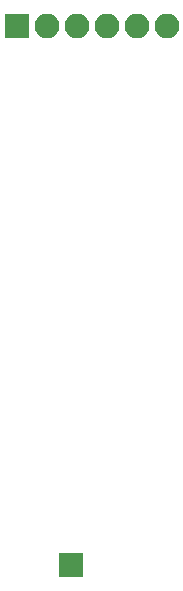
<source format=gbr>
G04 #@! TF.GenerationSoftware,KiCad,Pcbnew,no-vcs-found*
G04 #@! TF.CreationDate,2018-07-23T22:45:22+02:00*
G04 #@! TF.ProjectId,earthboot_withnewsoldermask,6561727468626F6F745F776974686E65,rev?*
G04 #@! TF.SameCoordinates,Original
G04 #@! TF.FileFunction,Soldermask,Bot*
G04 #@! TF.FilePolarity,Negative*
%FSLAX46Y46*%
G04 Gerber Fmt 4.6, Leading zero omitted, Abs format (unit mm)*
G04 Created by KiCad (PCBNEW no-vcs-found) date Mon Jul 23 22:45:22 2018*
%MOMM*%
%LPD*%
G01*
G04 APERTURE LIST*
%ADD10R,2.100000X2.100000*%
%ADD11O,2.100000X2.100000*%
G04 APERTURE END LIST*
D10*
X76581000Y-71691500D03*
X72009000Y-26136600D03*
D11*
X74549000Y-26136600D03*
X77089000Y-26136600D03*
X79629000Y-26136600D03*
X82169000Y-26136600D03*
X84709000Y-26136600D03*
M02*

</source>
